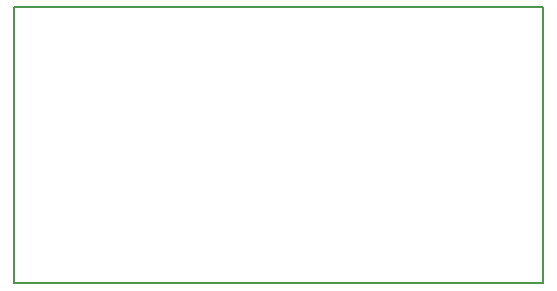
<source format=gm1>
G04 #@! TF.GenerationSoftware,KiCad,Pcbnew,no-vcs-found-e6baaa6~58~ubuntu16.04.1*
G04 #@! TF.CreationDate,2017-05-31T10:25:15+03:00*
G04 #@! TF.ProjectId,ws281x_led_strip_controller,7773323831785F6C65645F7374726970,rev?*
G04 #@! TF.FileFunction,Profile,NP*
%FSLAX46Y46*%
G04 Gerber Fmt 4.6, Leading zero omitted, Abs format (unit mm)*
G04 Created by KiCad (PCBNEW no-vcs-found-e6baaa6~58~ubuntu16.04.1) date Wed May 31 10:25:15 2017*
%MOMM*%
%LPD*%
G01*
G04 APERTURE LIST*
%ADD10C,0.100000*%
%ADD11C,0.150000*%
G04 APERTURE END LIST*
D10*
D11*
X73500000Y-95750000D02*
X73500000Y-72400000D01*
X118300027Y-95750000D02*
X73500000Y-95750000D01*
X118300000Y-72400000D02*
X118300000Y-95750030D01*
X73500000Y-72400000D02*
X118300000Y-72400000D01*
M02*

</source>
